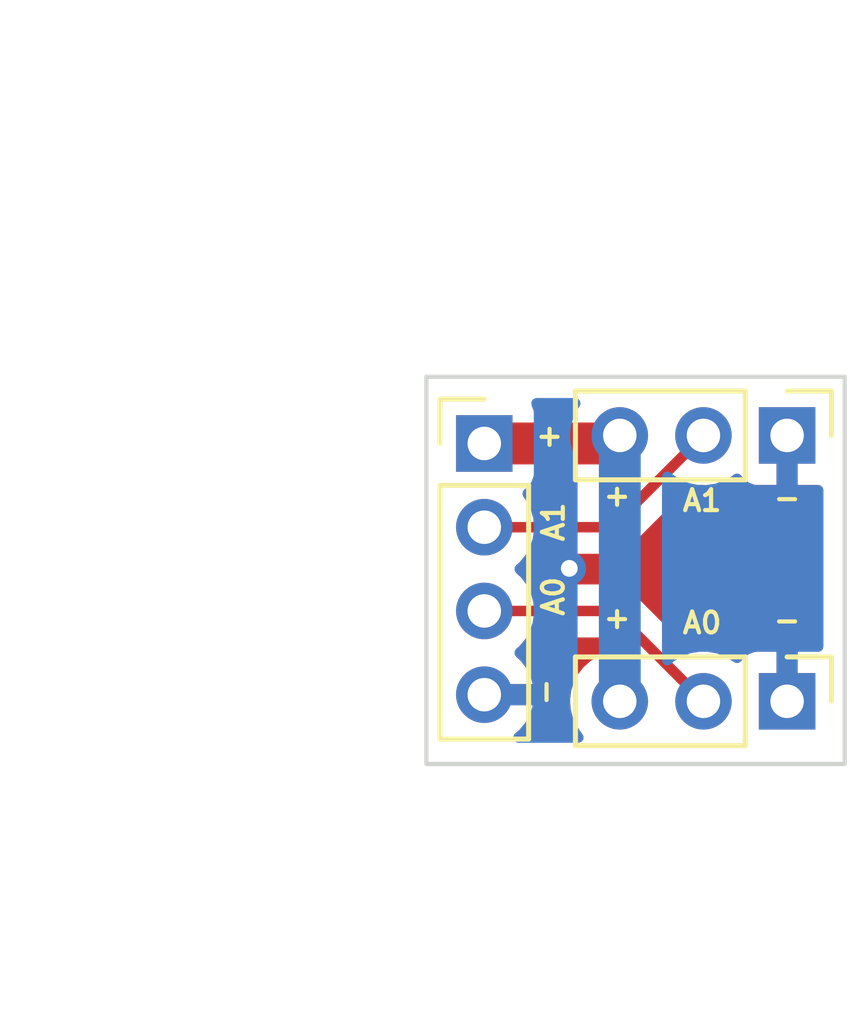
<source format=kicad_pcb>
(kicad_pcb (version 20211014) (generator pcbnew)
  (layers (0 "F.Cu" signal) (31 "B.Cu" signal) (34 "B.Paste" user) (35 "F.Paste" user) (36 "B.SilkS" user "B.Silkscreen") (37 "F.SilkS" user "F.Silkscreen") (38 "B.Mask" user) (39 "F.Mask" user) (44 "Edge.Cuts" user))
  (net 0 "")
  (net 1 "+3.3V")
  (net 2 "/A1")
  (net 3 "/A0")
  (net 4 "GND")
  (footprint "Connector_PinHeader_2.00mm:PinHeader_1x04_P2.00mm_Vertical" (layer "F.Cu") (at 151.384 51.594)
    (fp_text reference "J1" hide)
    (fp_text value "Conn_01x04_Female")
    (fp_line (start -1.06 -1.06) (end 0 -1.06) (layer "F.SilkS") (width 0.12))
    (fp_line (start -1.06 7.06) (end 1.06 7.06) (layer "F.SilkS") (width 0.12))
    (fp_line (start -1.06 1) (end 1.06 1) (layer "F.SilkS") (width 0.12))
    (fp_line (start -1.06 1) (end -1.06 7.06) (layer "F.SilkS") (width 0.12))
    (fp_line (start -1.06 0) (end -1.06 -1.06) (layer "F.SilkS") (width 0.12))
    (fp_line (start 1.06 1) (end 1.06 7.06) (layer "F.SilkS") (width 0.12))
    (pad "1" thru_hole rect (at 0 0) (size 1.35 1.35) (drill 0.8) (layers *.Cu *.Mask) (net 1 "+3.3V"))
    (pad "2" thru_hole oval (at 0 2) (size 1.35 1.35) (drill 0.8) (layers *.Cu *.Mask) (net 2 "/A1"))
    (pad "3" thru_hole oval (at 0 4) (size 1.35 1.35) (drill 0.8) (layers *.Cu *.Mask) (net 3 "/A0"))
    (pad "4" thru_hole oval (at 0 6) (size 1.35 1.35) (drill 0.8) (layers *.Cu *.Mask) (net 4 "GND"))
  )
  (footprint "Connector_PinHeader_2.00mm:PinHeader_1x03_P2.00mm_Vertical" (layer "F.Cu") (at 158.623 51.402 -90)
    (fp_text reference "J3" hide)
    (fp_text value "Conn_01x03_Female")
    (fp_line (start -1.06 1) (end -1.06 5.06) (layer "F.SilkS") (width 0.12))
    (fp_line (start -1.06 1) (end 1.06 1) (layer "F.SilkS") (width 0.12))
    (fp_line (start -1.06 -1.06) (end 0 -1.06) (layer "F.SilkS") (width 0.12))
    (fp_line (start -1.06 5.06) (end 1.06 5.06) (layer "F.SilkS") (width 0.12))
    (fp_line (start -1.06 0) (end -1.06 -1.06) (layer "F.SilkS") (width 0.12))
    (fp_line (start 1.06 1) (end 1.06 5.06) (layer "F.SilkS") (width 0.12))
    (pad "1" thru_hole rect (at 0 0 270) (size 1.35 1.35) (drill 0.8) (layers *.Cu *.Mask) (net 4 "GND"))
    (pad "2" thru_hole oval (at 0 2 270) (size 1.35 1.35) (drill 0.8) (layers *.Cu *.Mask) (net 2 "/A1"))
    (pad "3" thru_hole oval (at 0 4 270) (size 1.35 1.35) (drill 0.8) (layers *.Cu *.Mask) (net 1 "+3.3V"))
  )
  (footprint "Connector_PinHeader_2.00mm:PinHeader_1x03_P2.00mm_Vertical" (layer "F.Cu") (at 158.623 57.752 -90)
    (fp_text reference "J2" hide)
    (fp_text value "Conn_01x03_Female")
    (fp_line (start -1.06 -1.06) (end 0 -1.06) (layer "F.SilkS") (width 0.12))
    (fp_line (start -1.06 0) (end -1.06 -1.06) (layer "F.SilkS") (width 0.12))
    (fp_line (start 1.06 1) (end 1.06 5.06) (layer "F.SilkS") (width 0.12))
    (fp_line (start -1.06 5.06) (end 1.06 5.06) (layer "F.SilkS") (width 0.12))
    (fp_line (start -1.06 1) (end 1.06 1) (layer "F.SilkS") (width 0.12))
    (fp_line (start -1.06 1) (end -1.06 5.06) (layer "F.SilkS") (width 0.12))
    (pad "1" thru_hole rect (at 0 0 270) (size 1.35 1.35) (drill 0.8) (layers *.Cu *.Mask) (net 4 "GND"))
    (pad "2" thru_hole oval (at 0 2 270) (size 1.35 1.35) (drill 0.8) (layers *.Cu *.Mask) (net 3 "/A0"))
    (pad "3" thru_hole oval (at 0 4 270) (size 1.35 1.35) (drill 0.8) (layers *.Cu *.Mask) (net 1 "+3.3V"))
  )
  (gr_rect (start 150 50) (end 160 59.25) (layer "Edge.Cuts") (width 0.1) (fill none))
  (gr_text "+" (at 154.559 55.753) (layer "F.SilkS") (effects (font (size 0.5 0.5) (thickness 0.1))))
  (gr_text "A1" (at 153.035 53.467 90) (layer "F.SilkS") (effects (font (size 0.5 0.5) (thickness 0.1))))
  (gr_text "A1" (at 156.591 52.959) (layer "F.SilkS") (effects (font (size 0.5 0.5) (thickness 0.1))))
  (gr_text "A0" (at 156.591 55.88) (layer "F.SilkS") (effects (font (size 0.5 0.5) (thickness 0.1))))
  (gr_text "-" (at 152.908 57.531 270) (layer "F.SilkS") (effects (font (size 0.5 0.5) (thickness 0.1))))
  (gr_text "+" (at 152.908 51.435 90) (layer "F.SilkS") (effects (font (size 0.5 0.5) (thickness 0.1))))
  (gr_text "A0" (at 153.035 55.245 90) (layer "F.SilkS") (effects (font (size 0.5 0.5) (thickness 0.1))))
  (gr_text "+" (at 154.559 52.832) (layer "F.SilkS") (effects (font (size 0.5 0.5) (thickness 0.1))))
  (gr_text "-" (at 158.623 52.959 180) (layer "F.SilkS") (effects (font (size 0.5 0.5) (thickness 0.1))))
  (gr_text "-" (at 158.623 55.88 180) (layer "F.SilkS") (effects (font (size 0.5 0.5) (thickness 0.1))))
  (segment (start 151.384 51.594) (end 154.431 51.594) (width 1) (layer "F.Cu") (net 1))
  (segment (start 154.431 51.5) (end 154.623 51.308) (width 1) (layer "F.Cu") (net 1))
  (segment (start 154.623 51.402) (end 154.623 57.752) (width 1) (layer "B.Cu") (net 1))
  (segment (start 154.431 53.594) (end 156.623 51.402) (width 0.25) (layer "F.Cu") (net 2))
  (segment (start 151.384 53.594) (end 154.431 53.594) (width 0.25) (layer "F.Cu") (net 2))
  (segment (start 151.384 55.594) (end 154.465 55.594) (width 0.25) (layer "F.Cu") (net 3))
  (segment (start 154.465 55.594) (end 156.623 57.752) (width 0.25) (layer "F.Cu") (net 3))
  (via (at 153.416 54.577) (size 0.8) (drill 0.4) (layers "F.Cu" "B.Cu") (net 4))
  (zone (net 4) (net_name "GND") (layers F&B.Cu) (connect_pads (clearance 0.508)) (min_thickness 0.254) (fill yes (thermal_gap 0.508) (thermal_bridge_width 0.508))
    (polygon (pts (xy 160.02 59.055) (xy 149.987 58.928) (xy 149.987 50.038) (xy 160.02 50.038)))
  )
)
</source>
